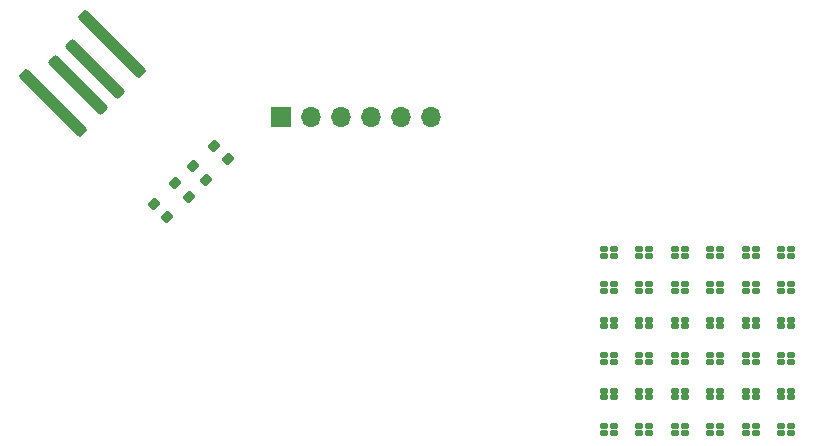
<source format=gts>
%TF.GenerationSoftware,KiCad,Pcbnew,8.0.5*%
%TF.CreationDate,2024-11-01T13:05:59-07:00*%
%TF.ProjectId,bizcard,62697a63-6172-4642-9e6b-696361645f70,rev?*%
%TF.SameCoordinates,Original*%
%TF.FileFunction,Soldermask,Top*%
%TF.FilePolarity,Negative*%
%FSLAX46Y46*%
G04 Gerber Fmt 4.6, Leading zero omitted, Abs format (unit mm)*
G04 Created by KiCad (PCBNEW 8.0.5) date 2024-11-01 13:05:59*
%MOMM*%
%LPD*%
G01*
G04 APERTURE LIST*
G04 Aperture macros list*
%AMRoundRect*
0 Rectangle with rounded corners*
0 $1 Rounding radius*
0 $2 $3 $4 $5 $6 $7 $8 $9 X,Y pos of 4 corners*
0 Add a 4 corners polygon primitive as box body*
4,1,4,$2,$3,$4,$5,$6,$7,$8,$9,$2,$3,0*
0 Add four circle primitives for the rounded corners*
1,1,$1+$1,$2,$3*
1,1,$1+$1,$4,$5*
1,1,$1+$1,$6,$7*
1,1,$1+$1,$8,$9*
0 Add four rect primitives between the rounded corners*
20,1,$1+$1,$2,$3,$4,$5,0*
20,1,$1+$1,$4,$5,$6,$7,0*
20,1,$1+$1,$6,$7,$8,$9,0*
20,1,$1+$1,$8,$9,$2,$3,0*%
G04 Aperture macros list end*
%ADD10RoundRect,0.045200X-0.255800X-0.180800X0.255800X-0.180800X0.255800X0.180800X-0.255800X0.180800X0*%
%ADD11RoundRect,0.045200X0.255800X0.180800X-0.255800X0.180800X-0.255800X-0.180800X0.255800X-0.180800X0*%
%ADD12R,1.700000X1.700000*%
%ADD13O,1.700000X1.700000*%
%ADD14RoundRect,0.200000X-0.335876X-0.053033X-0.053033X-0.335876X0.335876X0.053033X0.053033X0.335876X0*%
%ADD15RoundRect,0.250000X2.262742X-2.616295X2.616295X-2.262742X-2.262742X2.616295X-2.616295X2.262742X0*%
%ADD16RoundRect,0.250000X1.909188X-2.262742X2.262742X-1.909188X-1.909188X2.262742X-2.262742X1.909188X0*%
G04 APERTURE END LIST*
D10*
%TO.C,D10*%
X124780000Y-77720000D03*
X124780000Y-77150000D03*
X123950000Y-77150000D03*
X123950000Y-77720000D03*
%TD*%
%TO.C,D23*%
X127780000Y-83720000D03*
X127780000Y-83150000D03*
X126950000Y-83150000D03*
X126950000Y-83720000D03*
%TD*%
D11*
%TO.C,D35*%
X126950000Y-89150000D03*
X126950000Y-89720000D03*
X127780000Y-89720000D03*
X127780000Y-89150000D03*
%TD*%
D10*
%TO.C,D7*%
X115780000Y-77720000D03*
X115780000Y-77150000D03*
X114950000Y-77150000D03*
X114950000Y-77720000D03*
%TD*%
%TO.C,D8*%
X118780000Y-77720000D03*
X118780000Y-77150000D03*
X117950000Y-77150000D03*
X117950000Y-77720000D03*
%TD*%
%TO.C,D11*%
X127780000Y-77720000D03*
X127780000Y-77150000D03*
X126950000Y-77150000D03*
X126950000Y-77720000D03*
%TD*%
%TO.C,D15*%
X121780000Y-80720000D03*
X121780000Y-80150000D03*
X120950000Y-80150000D03*
X120950000Y-80720000D03*
%TD*%
D11*
%TO.C,D34*%
X123950000Y-89150000D03*
X123950000Y-89720000D03*
X124780000Y-89720000D03*
X124780000Y-89150000D03*
%TD*%
%TO.C,D29*%
X126950000Y-86150000D03*
X126950000Y-86720000D03*
X127780000Y-86720000D03*
X127780000Y-86150000D03*
%TD*%
D10*
%TO.C,D6*%
X130780000Y-74720000D03*
X130780000Y-74150000D03*
X129950000Y-74150000D03*
X129950000Y-74720000D03*
%TD*%
%TO.C,D20*%
X118780000Y-83720000D03*
X118780000Y-83150000D03*
X117950000Y-83150000D03*
X117950000Y-83720000D03*
%TD*%
D11*
%TO.C,D32*%
X117950000Y-89150000D03*
X117950000Y-89720000D03*
X118780000Y-89720000D03*
X118780000Y-89150000D03*
%TD*%
%TO.C,D28*%
X123950000Y-86150000D03*
X123950000Y-86720000D03*
X124780000Y-86720000D03*
X124780000Y-86150000D03*
%TD*%
%TO.C,D33*%
X120950000Y-89150000D03*
X120950000Y-89720000D03*
X121780000Y-89720000D03*
X121780000Y-89150000D03*
%TD*%
D10*
%TO.C,D9*%
X121780000Y-77720000D03*
X121780000Y-77150000D03*
X120950000Y-77150000D03*
X120950000Y-77720000D03*
%TD*%
D11*
%TO.C,D14*%
X117950000Y-80150000D03*
X117950000Y-80720000D03*
X118780000Y-80720000D03*
X118780000Y-80150000D03*
%TD*%
D10*
%TO.C,D1*%
X118780000Y-74720000D03*
X118780000Y-74150000D03*
X117950000Y-74150000D03*
X117950000Y-74720000D03*
%TD*%
D11*
%TO.C,D30*%
X129950000Y-86150000D03*
X129950000Y-86720000D03*
X130780000Y-86720000D03*
X130780000Y-86150000D03*
%TD*%
%TO.C,D26*%
X117950000Y-86150000D03*
X117950000Y-86720000D03*
X118780000Y-86720000D03*
X118780000Y-86150000D03*
%TD*%
D12*
%TO.C,J2*%
X87580000Y-63000000D03*
D13*
X90120000Y-63000000D03*
X92660000Y-63000000D03*
X95200000Y-63000000D03*
X97740000Y-63000000D03*
X100280000Y-63000000D03*
%TD*%
D11*
%TO.C,D17*%
X126950000Y-80150000D03*
X126950000Y-80720000D03*
X127780000Y-80720000D03*
X127780000Y-80150000D03*
%TD*%
D10*
%TO.C,D4*%
X124780000Y-74720000D03*
X124780000Y-74150000D03*
X123950000Y-74150000D03*
X123950000Y-74720000D03*
%TD*%
D11*
%TO.C,D25*%
X114950000Y-86150000D03*
X114950000Y-86720000D03*
X115780000Y-86720000D03*
X115780000Y-86150000D03*
%TD*%
%TO.C,D16*%
X123950000Y-80150000D03*
X123950000Y-80720000D03*
X124780000Y-80720000D03*
X124780000Y-80150000D03*
%TD*%
D10*
%TO.C,D5*%
X127780000Y-74720000D03*
X127780000Y-74150000D03*
X126950000Y-74150000D03*
X126950000Y-74720000D03*
%TD*%
D14*
%TO.C,R76*%
X80116637Y-67116637D03*
X81283363Y-68283363D03*
%TD*%
D10*
%TO.C,D19*%
X115780000Y-83720000D03*
X115780000Y-83150000D03*
X114950000Y-83150000D03*
X114950000Y-83720000D03*
%TD*%
D14*
%TO.C,R77*%
X81916637Y-65416637D03*
X83083363Y-66583363D03*
%TD*%
D11*
%TO.C,D21*%
X120950000Y-83150000D03*
X120950000Y-83720000D03*
X121780000Y-83720000D03*
X121780000Y-83150000D03*
%TD*%
D10*
%TO.C,D24*%
X130780000Y-83720000D03*
X130780000Y-83150000D03*
X129950000Y-83150000D03*
X129950000Y-83720000D03*
%TD*%
D11*
%TO.C,D13*%
X114950000Y-80150000D03*
X114950000Y-80720000D03*
X115780000Y-80720000D03*
X115780000Y-80150000D03*
%TD*%
%TO.C,D27*%
X120950000Y-86150000D03*
X120950000Y-86720000D03*
X121780000Y-86720000D03*
X121780000Y-86150000D03*
%TD*%
D10*
%TO.C,D40*%
X115780000Y-74720000D03*
X115780000Y-74150000D03*
X114950000Y-74150000D03*
X114950000Y-74720000D03*
%TD*%
D15*
%TO.C,J1*%
X68318019Y-61767767D03*
D16*
X70403984Y-60318198D03*
X71818198Y-58903984D03*
D15*
X73267767Y-56818019D03*
%TD*%
D11*
%TO.C,D31*%
X114950000Y-89150000D03*
X114950000Y-89720000D03*
X115780000Y-89720000D03*
X115780000Y-89150000D03*
%TD*%
D14*
%TO.C,R75*%
X78616637Y-68616637D03*
X79783363Y-69783363D03*
%TD*%
D11*
%TO.C,D18*%
X129950000Y-80150000D03*
X129950000Y-80720000D03*
X130780000Y-80720000D03*
X130780000Y-80150000D03*
%TD*%
D10*
%TO.C,D3*%
X121780000Y-74720000D03*
X121780000Y-74150000D03*
X120950000Y-74150000D03*
X120950000Y-74720000D03*
%TD*%
D11*
%TO.C,D36*%
X129950000Y-89150000D03*
X129950000Y-89720000D03*
X130780000Y-89720000D03*
X130780000Y-89150000D03*
%TD*%
D14*
%TO.C,R74*%
X76816637Y-70316637D03*
X77983363Y-71483363D03*
%TD*%
D10*
%TO.C,D12*%
X130780000Y-77720000D03*
X130780000Y-77150000D03*
X129950000Y-77150000D03*
X129950000Y-77720000D03*
%TD*%
D11*
%TO.C,D22*%
X123950000Y-83150000D03*
X123950000Y-83720000D03*
X124780000Y-83720000D03*
X124780000Y-83150000D03*
%TD*%
M02*

</source>
